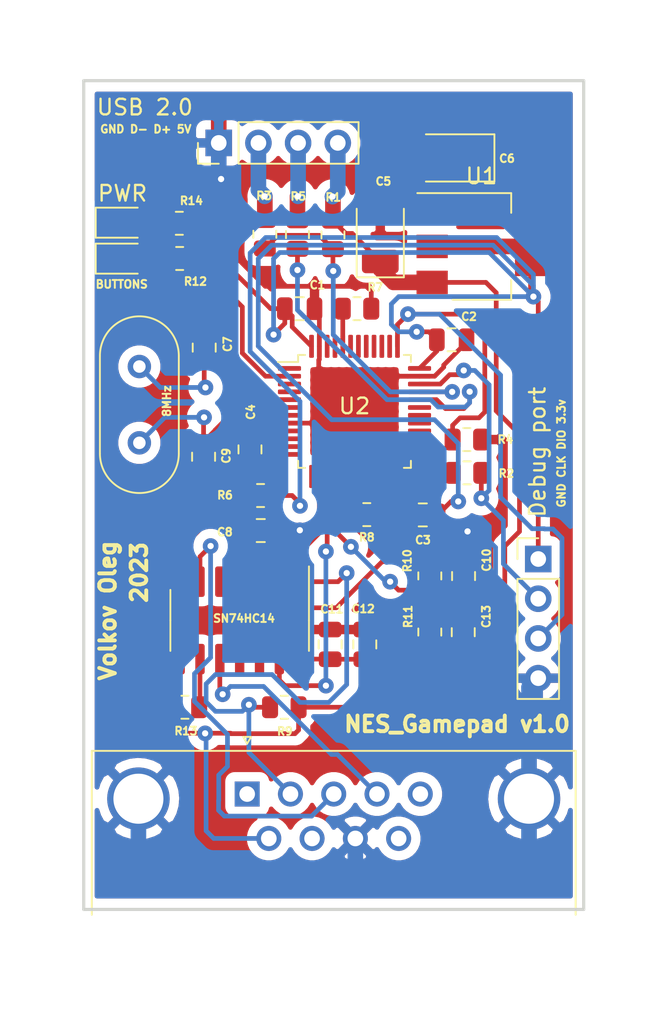
<source format=kicad_pcb>
(kicad_pcb (version 20171130) (host pcbnew "(5.1.12)-1")
  (layers (0 F.Cu signal) (31 B.Cu signal) (34 B.Paste user) (35 F.Paste user) (36 B.SilkS user) (37 F.SilkS user) (38 B.Mask user) (39 F.Mask user) (44 Edge.Cuts user))
  (net 0 "")
  (net 1 GND)
  (net 2 3.3V)
  (net 3 5V)
  (net 4 PD0)
  (net 5 NRST)
  (net 6 PD1)
  (net 7 "Net-(C10-Pad1)")
  (net 8 PA6)
  (net 9 "Net-(D1-Pad2)")
  (net 10 "Net-(D2-Pad2)")
  (net 11 PA13)
  (net 12 PA14)
  (net 13 "Net-(J2-Pad3)")
  (net 14 "Net-(J2-Pad2)")
  (net 15 "Net-(J3-Pad1)")
  (net 16 "Net-(J3-Pad2)")
  (net 17 "Net-(J3-Pad3)")
  (net 18 "Net-(J3-Pad4)")
  (net 19 "Net-(J3-Pad5)")
  (net 20 "Net-(J3-Pad7)")
  (net 21 "Net-(J3-Pad9)")
  (net 22 PA12)
  (net 23 PA11)
  (net 24 BOOT0)
  (net 25 BOOT1)
  (net 26 LED)
  (net 27 "Net-(R13-Pad2)")
  (net 28 "Net-(U2-Pad1)")
  (net 29 "Net-(U2-Pad3)")
  (net 30 "Net-(U2-Pad4)")
  (net 31 "Net-(U2-Pad10)")
  (net 32 "Net-(U2-Pad11)")
  (net 33 "Net-(U2-Pad12)")
  (net 34 "Net-(U2-Pad13)")
  (net 35 PA4)
  (net 36 PA5)
  (net 37 "Net-(U2-Pad17)")
  (net 38 "Net-(U2-Pad18)")
  (net 39 "Net-(U2-Pad19)")
  (net 40 "Net-(U2-Pad21)")
  (net 41 "Net-(U2-Pad22)")
  (net 42 "Net-(U2-Pad25)")
  (net 43 "Net-(U2-Pad26)")
  (net 44 "Net-(U2-Pad27)")
  (net 45 "Net-(U2-Pad28)")
  (net 46 "Net-(U2-Pad29)")
  (net 47 "Net-(U2-Pad30)")
  (net 48 "Net-(U2-Pad31)")
  (net 49 "Net-(U2-Pad38)")
  (net 50 "Net-(U2-Pad39)")
  (net 51 "Net-(U2-Pad40)")
  (net 52 "Net-(U2-Pad41)")
  (net 53 "Net-(U2-Pad42)")
  (net 54 "Net-(U2-Pad43)")
  (net 55 "Net-(U2-Pad45)")
  (net 56 "Net-(U2-Pad46)")
  (net 57 "Net-(U3-Pad4)")
  (net 58 "Net-(U3-Pad8)")
  (net 59 "Net-(U3-Pad11)")
  (module Connector_PinHeader_2.54mm:PinHeader_1x04_P2.54mm_Vertical (layer F.Cu) (at 172.36 40.39 90)
    (fp_text reference "USB 2.0" (at 2.28 -4.73) (layer F.SilkS))
    (fp_text value "Serial wire")
    (pad 4 thru_hole oval (at 0 7.62 90) (size 1.7 1.7) (drill 1) (layers *.Cu *.Mask) (net 3 5V))
    (pad 3 thru_hole oval (at 0 5.08 90) (size 1.7 1.7) (drill 1) (layers *.Cu *.Mask) (net 14 "Net-(J2-Pad2)"))
    (pad 2 thru_hole oval (at 0 2.54 90) (size 1.7 1.7) (drill 1) (layers *.Cu *.Mask) (net 13 "Net-(J2-Pad3)"))
    (pad 1 thru_hole rect (at 0 0 90) (size 1.7 1.7) (drill 1) (layers *.Cu *.Mask) (net 1 GND))
  )
  (module Capacitor_SMD:C_0805_2012Metric (layer F.Cu) (at 181.71 72.46 90)
    (fp_text reference C12 (at 2.27 -0.1) (layer F.SilkS) (effects (font (size 0.5 0.5) (thickness 0.125))))
    (fp_text value 10uF)
    (pad 1 smd roundrect (at -0.95 0 90) (size 1 1.45) (layers F.Cu F.Paste F.Mask) (net 3 5V))
    (pad 2 smd roundrect (at 0.95 0 90) (size 1 1.45) (layers F.Cu F.Paste F.Mask) (net 1 GND))
  )
  (module Capacitor_SMD:C_0805_2012Metric (layer F.Cu) (at 177.54 50.99)
    (fp_text reference C1 (at 1.14 -1.51) (layer F.SilkS) (effects (font (size 0.5 0.5) (thickness 0.125))))
    (fp_text value 0.1uF)
    (pad 2 smd roundrect (at 0.95 0) (size 1 1.45) (layers F.Cu F.Paste F.Mask) (net 1 GND))
    (pad 1 smd roundrect (at -0.95 0) (size 1 1.45) (layers F.Cu F.Paste F.Mask) (net 2 3.3V))
  )
  (module Capacitor_SMD:C_0805_2012Metric (layer F.Cu) (at 187.27 52.98)
    (fp_text reference C2 (at 1.11 -1.48) (layer F.SilkS) (effects (font (size 0.5 0.5) (thickness 0.125))))
    (fp_text value 0.1uF)
    (pad 1 smd roundrect (at -0.95 0) (size 1 1.45) (layers F.Cu F.Paste F.Mask) (net 2 3.3V))
    (pad 2 smd roundrect (at 0.95 0) (size 1 1.45) (layers F.Cu F.Paste F.Mask) (net 1 GND))
  )
  (module Capacitor_SMD:C_0805_2012Metric (layer F.Cu) (at 185.42 64.18 180)
    (fp_text reference C3 (at -0.01 -1.61) (layer F.SilkS) (effects (font (size 0.5 0.5) (thickness 0.125))))
    (fp_text value 0.1uF)
    (pad 2 smd roundrect (at 0.95 0 180) (size 1 1.45) (layers F.Cu F.Paste F.Mask) (net 1 GND))
    (pad 1 smd roundrect (at -0.95 0 180) (size 1 1.45) (layers F.Cu F.Paste F.Mask) (net 2 3.3V))
  )
  (module Capacitor_SMD:C_0805_2012Metric (layer F.Cu) (at 174.36 59.99 90)
    (fp_text reference C4 (at 2.39 0.05 90) (layer F.SilkS) (effects (font (size 0.5 0.5) (thickness 0.125))))
    (fp_text value 0.1uF)
    (pad 1 smd roundrect (at -0.95 0 90) (size 1 1.45) (layers F.Cu F.Paste F.Mask) (net 2 3.3V))
    (pad 2 smd roundrect (at 0.95 0 90) (size 1 1.45) (layers F.Cu F.Paste F.Mask) (net 1 GND))
  )
  (module Capacitor_Tantalum_SMD:CP_EIA-3528-21_Kemet-B_Pad1.50x2.35mm_HandSolder (layer F.Cu) (at 182.7 46.35 90)
    (fp_text reference C5 (at 3.5 0.2 180) (layer F.SilkS) (effects (font (size 0.5 0.5) (thickness 0.125))))
    (fp_text value 47uF)
    (pad 1 smd roundrect (at -1.625 0 90) (size 1.5 2.35) (layers F.Cu F.Paste F.Mask) (roundrect_rratio 0.1666666666666667) (net 3 5V))
    (pad 2 smd roundrect (at 1.625 0 90) (size 1.5 2.35) (layers F.Cu F.Paste F.Mask) (roundrect_rratio 0.1666666666666667) (net 1 GND))
  )
  (module Capacitor_Tantalum_SMD:CP_EIA-3528-21_Kemet-B_Pad1.50x2.35mm_HandSolder (layer F.Cu) (at 187.37 41.35 180)
    (fp_text reference C6 (at -3.44 -0.04) (layer F.SilkS) (effects (font (size 0.5 0.5) (thickness 0.125))))
    (fp_text value 47uF)
    (pad 2 smd roundrect (at 1.625 0 180) (size 1.5 2.35) (layers F.Cu F.Paste F.Mask) (roundrect_rratio 0.1666666666666667) (net 1 GND))
    (pad 1 smd roundrect (at -1.625 0 180) (size 1.5 2.35) (layers F.Cu F.Paste F.Mask) (roundrect_rratio 0.1666666666666667) (net 2 3.3V))
  )
  (module Capacitor_SMD:C_0805_2012Metric (layer F.Cu) (at 171.43 53.48 270)
    (fp_text reference C7 (at -0.22 -1.5 90) (layer F.SilkS) (effects (font (size 0.5 0.5) (thickness 0.125))))
    (fp_text value 30pF)
    (pad 2 smd roundrect (at 0.95 0 270) (size 1 1.45) (layers F.Cu F.Paste F.Mask) (net 4 PD0))
    (pad 1 smd roundrect (at -0.95 0 270) (size 1 1.45) (layers F.Cu F.Paste F.Mask) (net 1 GND))
  )
  (module Capacitor_SMD:C_0805_2012Metric (layer F.Cu) (at 175.05 65.18)
    (fp_text reference C8 (at -2.3 0.1) (layer F.SilkS) (effects (font (size 0.5 0.5) (thickness 0.125))))
    (fp_text value 0.1uF)
    (pad 2 smd roundrect (at 0.95 0) (size 1 1.45) (layers F.Cu F.Paste F.Mask) (net 1 GND))
    (pad 1 smd roundrect (at -0.95 0) (size 1 1.45) (layers F.Cu F.Paste F.Mask) (net 5 NRST))
  )
  (module Capacitor_SMD:C_0805_2012Metric (layer F.Cu) (at 171.39 60.46 90)
    (fp_text reference C9 (at 0.06 1.45 90) (layer F.SilkS) (effects (font (size 0.5 0.5) (thickness 0.125))))
    (fp_text value 30pF)
    (pad 1 smd roundrect (at -0.95 0 90) (size 1 1.45) (layers F.Cu F.Paste F.Mask) (net 1 GND))
    (pad 2 smd roundrect (at 0.95 0 90) (size 1 1.45) (layers F.Cu F.Paste F.Mask) (net 6 PD1))
  )
  (module Capacitor_SMD:C_0805_2012Metric (layer F.Cu) (at 188.03 68.09 270)
    (fp_text reference C10 (at -1.02 -1.47 270) (layer F.SilkS) (effects (font (size 0.5 0.5) (thickness 0.125))))
    (fp_text value 150p)
    (pad 1 smd roundrect (at -0.95 0 270) (size 1 1.45) (layers F.Cu F.Paste F.Mask) (net 7 "Net-(C10-Pad1)"))
    (pad 2 smd roundrect (at 0.95 0 270) (size 1 1.45) (layers F.Cu F.Paste F.Mask) (net 8 PA6))
  )
  (module Capacitor_SMD:C_0805_2012Metric (layer F.Cu) (at 179.49 72.46 90)
    (fp_text reference C11 (at 2.25 0.11 180) (layer F.SilkS) (effects (font (size 0.5 0.5) (thickness 0.125))))
    (fp_text value 0.1uF)
    (pad 1 smd roundrect (at -0.95 0 90) (size 1 1.45) (layers F.Cu F.Paste F.Mask) (net 3 5V))
    (pad 2 smd roundrect (at 0.95 0 90) (size 1 1.45) (layers F.Cu F.Paste F.Mask) (net 1 GND))
  )
  (module Capacitor_SMD:C_0805_2012Metric (layer F.Cu) (at 188.01 71.68 270)
    (fp_text reference C13 (at -1 -1.47 270) (layer F.SilkS) (effects (font (size 0.5 0.5) (thickness 0.125))))
    (fp_text value 30p)
    (pad 2 smd roundrect (at 0.95 0 270) (size 1 1.45) (layers F.Cu F.Paste F.Mask) (net 1 GND))
    (pad 1 smd roundrect (at -0.95 0 270) (size 1 1.45) (layers F.Cu F.Paste F.Mask) (net 8 PA6))
  )
  (module LED_SMD:LED_0805_2012Metric (layer F.Cu) (at 166.1725 47.79)
    (fp_text reference BUTTONS (at -0.0225 1.64) (layer F.SilkS) (effects (font (size 0.5 0.5) (thickness 0.125))))
    (fp_text value LED)
    (pad 1 smd roundrect (at -0.9375 0) (size 0.975 1.4) (layers F.Cu F.Paste F.Mask) (net 1 GND))
    (pad 2 smd roundrect (at 0.9375 0) (size 0.975 1.4) (layers F.Cu F.Paste F.Mask) (net 9 "Net-(D1-Pad2)"))
  )
  (module LED_SMD:LED_0805_2012Metric (layer F.Cu) (at 166.1725 45.49)
    (fp_text reference PWR (at 0.0275 -1.87) (layer F.SilkS))
    (fp_text value LED)
    (pad 2 smd roundrect (at 0.9375 0) (size 0.975 1.4) (layers F.Cu F.Paste F.Mask) (net 10 "Net-(D2-Pad2)"))
    (pad 1 smd roundrect (at -0.9375 0) (size 0.975 1.4) (layers F.Cu F.Paste F.Mask) (net 1 GND))
  )
  (module Resistor_SMD:R_0805_2012Metric (layer F.Cu) (at 179.67 46.27 90)
    (fp_text reference R1 (at 2.4 0.02 180) (layer F.SilkS) (effects (font (size 0.5 0.5) (thickness 0.125))))
    (fp_text value 10k)
    (pad 2 smd roundrect (at 0.9125 0 90) (size 1.025 1.4) (layers F.Cu F.Paste F.Mask) (roundrect_rratio 0.2439014634146341) (net 3 5V))
    (pad 1 smd roundrect (at -0.9125 0 90) (size 1.025 1.4) (layers F.Cu F.Paste F.Mask) (roundrect_rratio 0.2439014634146341) (net 22 PA12))
  )
  (module Resistor_SMD:R_0805_2012Metric (layer F.Cu) (at 188.2525 61.49 180)
    (fp_text reference R2 (at -2.5175 -0.04) (layer F.SilkS) (effects (font (size 0.5 0.5) (thickness 0.125))))
    (fp_text value 10k)
    (pad 2 smd roundrect (at 0.9125 0 180) (size 1.025 1.4) (layers F.Cu F.Paste F.Mask) (roundrect_rratio 0.2439014634146341) (net 2 3.3V))
    (pad 1 smd roundrect (at -0.9125 0 180) (size 1.025 1.4) (layers F.Cu F.Paste F.Mask) (roundrect_rratio 0.2439014634146341) (net 11 PA13))
  )
  (module Resistor_SMD:R_0805_2012Metric (layer F.Cu) (at 175.31 46.23 90)
    (fp_text reference R3 (at 2.46 -0.05 180) (layer F.SilkS) (effects (font (size 0.5 0.5) (thickness 0.125))))
    (fp_text value 20)
    (pad 2 smd roundrect (at 0.9125 0 90) (size 1.025 1.4) (layers F.Cu F.Paste F.Mask) (roundrect_rratio 0.2439014634146341) (net 13 "Net-(J2-Pad3)"))
    (pad 1 smd roundrect (at -0.9125 0 90) (size 1.025 1.4) (layers F.Cu F.Paste F.Mask) (roundrect_rratio 0.2439014634146341) (net 22 PA12))
  )
  (module Resistor_SMD:R_0805_2012Metric (layer F.Cu) (at 188.2425 59.36 180)
    (fp_text reference R4 (at -2.4675 0) (layer F.SilkS) (effects (font (size 0.5 0.5) (thickness 0.125))))
    (fp_text value 10k)
    (pad 1 smd roundrect (at -0.9125 0 180) (size 1.025 1.4) (layers F.Cu F.Paste F.Mask) (roundrect_rratio 0.2439014634146341) (net 1 GND))
    (pad 2 smd roundrect (at 0.9125 0 180) (size 1.025 1.4) (layers F.Cu F.Paste F.Mask) (roundrect_rratio 0.2439014634146341) (net 12 PA14))
  )
  (module Resistor_SMD:R_0805_2012Metric (layer F.Cu) (at 177.4 46.25 90)
    (fp_text reference R5 (at 2.44 0.05 180) (layer F.SilkS) (effects (font (size 0.5 0.5) (thickness 0.125))))
    (fp_text value 20)
    (pad 1 smd roundrect (at -0.9125 0 90) (size 1.025 1.4) (layers F.Cu F.Paste F.Mask) (roundrect_rratio 0.2439014634146341) (net 23 PA11))
    (pad 2 smd roundrect (at 0.9125 0 90) (size 1.025 1.4) (layers F.Cu F.Paste F.Mask) (roundrect_rratio 0.2439014634146341) (net 14 "Net-(J2-Pad2)"))
  )
  (module Resistor_SMD:R_0805_2012Metric (layer F.Cu) (at 175.0375 62.94)
    (fp_text reference R6 (at -2.2775 -0.02) (layer F.SilkS) (effects (font (size 0.5 0.5) (thickness 0.125))))
    (fp_text value 10k)
    (pad 2 smd roundrect (at 0.9125 0) (size 1.025 1.4) (layers F.Cu F.Paste F.Mask) (roundrect_rratio 0.2439014634146341) (net 2 3.3V))
    (pad 1 smd roundrect (at -0.9125 0) (size 1.025 1.4) (layers F.Cu F.Paste F.Mask) (roundrect_rratio 0.2439014634146341) (net 5 NRST))
  )
  (module Resistor_SMD:R_0805_2012Metric (layer F.Cu) (at 181.21 50.99 180)
    (fp_text reference R7 (at -1.17 1.37) (layer F.SilkS) (effects (font (size 0.5 0.5) (thickness 0.125))))
    (fp_text value 10k)
    (pad 2 smd roundrect (at 0.9125 0 180) (size 1.025 1.4) (layers F.Cu F.Paste F.Mask) (roundrect_rratio 0.2439014634146341) (net 24 BOOT0))
    (pad 1 smd roundrect (at -0.9125 0 180) (size 1.025 1.4) (layers F.Cu F.Paste F.Mask) (roundrect_rratio 0.2439014634146341) (net 1 GND))
  )
  (module Resistor_SMD:R_0805_2012Metric (layer F.Cu) (at 181.8375 64.16)
    (fp_text reference R8 (at 0 1.45) (layer F.SilkS) (effects (font (size 0.5 0.5) (thickness 0.125))))
    (fp_text value 10k)
    (pad 1 smd roundrect (at -0.9125 0) (size 1.025 1.4) (layers F.Cu F.Paste F.Mask) (roundrect_rratio 0.2439014634146341) (net 1 GND))
    (pad 2 smd roundrect (at 0.9125 0) (size 1.025 1.4) (layers F.Cu F.Paste F.Mask) (roundrect_rratio 0.2439014634146341) (net 25 BOOT1))
  )
  (module Resistor_SMD:R_0805_2012Metric (layer F.Cu) (at 176.5575 76.48)
    (fp_text reference R9 (at 0.0325 1.54 180) (layer F.SilkS) (effects (font (size 0.5 0.5) (thickness 0.125))))
    (fp_text value 100k)
    (pad 1 smd roundrect (at -0.9125 0) (size 1.025 1.4) (layers F.Cu F.Paste F.Mask) (roundrect_rratio 0.2439014634146341) (net 16 "Net-(J3-Pad2)"))
    (pad 2 smd roundrect (at 0.9125 0) (size 1.025 1.4) (layers F.Cu F.Paste F.Mask) (roundrect_rratio 0.2439014634146341) (net 3 5V))
  )
  (module Resistor_SMD:R_0805_2012Metric (layer F.Cu) (at 185.87 68.08 90)
    (fp_text reference R10 (at 0.97 -1.44 270) (layer F.SilkS) (effects (font (size 0.5 0.5) (thickness 0.125))))
    (fp_text value 390)
    (pad 2 smd roundrect (at 0.9125 0 90) (size 1.025 1.4) (layers F.Cu F.Paste F.Mask) (roundrect_rratio 0.2439014634146341) (net 7 "Net-(C10-Pad1)"))
    (pad 1 smd roundrect (at -0.9125 0 90) (size 1.025 1.4) (layers F.Cu F.Paste F.Mask) (roundrect_rratio 0.2439014634146341) (net 8 PA6))
  )
  (module Resistor_SMD:R_0805_2012Metric (layer F.Cu) (at 185.87 71.67 90)
    (fp_text reference R11 (at 0.99 -1.39 90) (layer F.SilkS) (effects (font (size 0.5 0.5) (thickness 0.125))))
    (fp_text value 680)
    (pad 1 smd roundrect (at -0.9125 0 90) (size 1.025 1.4) (layers F.Cu F.Paste F.Mask) (roundrect_rratio 0.2439014634146341) (net 1 GND))
    (pad 2 smd roundrect (at 0.9125 0 90) (size 1.025 1.4) (layers F.Cu F.Paste F.Mask) (roundrect_rratio 0.2439014634146341) (net 8 PA6))
  )
  (module Resistor_SMD:R_0805_2012Metric (layer F.Cu) (at 169.86 47.78 180)
    (fp_text reference R12 (at -1.01 -1.47) (layer F.SilkS) (effects (font (size 0.5 0.5) (thickness 0.125))))
    (fp_text value 1k)
    (pad 2 smd roundrect (at 0.9125 0 180) (size 1.025 1.4) (layers F.Cu F.Paste F.Mask) (roundrect_rratio 0.2439014634146341) (net 9 "Net-(D1-Pad2)"))
    (pad 1 smd roundrect (at -0.9125 0 180) (size 1.025 1.4) (layers F.Cu F.Paste F.Mask) (roundrect_rratio 0.2439014634146341) (net 26 LED))
  )
  (module Resistor_SMD:R_0805_2012Metric (layer F.Cu) (at 170.1975 76.48)
    (fp_text reference R13 (at 0.0625 1.52) (layer F.SilkS) (effects (font (size 0.5 0.5) (thickness 0.125))))
    (fp_text value 10k)
    (pad 1 smd roundrect (at -0.9125 0) (size 1.025 1.4) (layers F.Cu F.Paste F.Mask) (roundrect_rratio 0.2439014634146341) (net 3 5V))
    (pad 2 smd roundrect (at 0.9125 0) (size 1.025 1.4) (layers F.Cu F.Paste F.Mask) (roundrect_rratio 0.2439014634146341) (net 27 "Net-(R13-Pad2)"))
  )
  (module Resistor_SMD:R_0805_2012Metric (layer F.Cu) (at 169.8375 45.53 180)
    (fp_text reference R14 (at -0.7725 1.44) (layer F.SilkS) (effects (font (size 0.5 0.5) (thickness 0.125))))
    (fp_text value 1k)
    (pad 1 smd roundrect (at -0.9125 0 180) (size 1.025 1.4) (layers F.Cu F.Paste F.Mask) (roundrect_rratio 0.2439014634146341) (net 2 3.3V))
    (pad 2 smd roundrect (at 0.9125 0 180) (size 1.025 1.4) (layers F.Cu F.Paste F.Mask) (roundrect_rratio 0.2439014634146341) (net 10 "Net-(D2-Pad2)"))
  )
  (module Package_TO_SOT_SMD:SOT-223-3_TabPin2 (layer F.Cu) (at 189.17 47.01)
    (fp_text reference U1 (at 0 -4.5 -180) (layer F.SilkS))
    (fp_text value AMS1117-3.3)
    (pad 2 smd rect (at 3.15 0) (size 2 3.8) (layers F.Cu F.Paste F.Mask) (net 2 3.3V))
    (pad 2 smd rect (at -3.15 0) (size 2 1.5) (layers F.Cu F.Paste F.Mask) (net 2 3.3V))
    (pad 3 smd rect (at -3.15 2.3) (size 2 1.5) (layers F.Cu F.Paste F.Mask) (net 3 5V))
    (pad 1 smd rect (at -3.15 -2.3) (size 2 1.5) (layers F.Cu F.Paste F.Mask) (net 1 GND))
  )
  (module Package_QFP:LQFP-48_7x7mm_P0.5mm (layer F.Cu) (at 181.05 57.56)
    (fp_text reference U2 (at 0 -0.34) (layer F.SilkS))
    (fp_text value STM32F103C8Tx)
    (pad 1 smd roundrect (at -4.1625 -2.75) (size 1.475 0.3) (layers F.Cu F.Paste F.Mask) (net 28 "Net-(U2-Pad1)"))
    (pad 2 smd roundrect (at -4.1625 -2.25) (size 1.475 0.3) (layers F.Cu F.Paste F.Mask) (net 26 LED))
    (pad 3 smd roundrect (at -4.1625 -1.75) (size 1.475 0.3) (layers F.Cu F.Paste F.Mask) (net 29 "Net-(U2-Pad3)"))
    (pad 4 smd roundrect (at -4.1625 -1.25) (size 1.475 0.3) (layers F.Cu F.Paste F.Mask) (net 30 "Net-(U2-Pad4)"))
    (pad 5 smd roundrect (at -4.1625 -0.75) (size 1.475 0.3) (layers F.Cu F.Paste F.Mask) (net 4 PD0))
    (pad 6 smd roundrect (at -4.1625 -0.25) (size 1.475 0.3) (layers F.Cu F.Paste F.Mask) (net 6 PD1))
    (pad 7 smd roundrect (at -4.1625 0.25) (size 1.475 0.3) (layers F.Cu F.Paste F.Mask) (net 5 NRST))
    (pad 8 smd roundrect (at -4.1625 0.75) (size 1.475 0.3) (layers F.Cu F.Paste F.Mask) (net 1 GND))
    (pad 9 smd roundrect (at -4.1625 1.25) (size 1.475 0.3) (layers F.Cu F.Paste F.Mask) (net 2 3.3V))
    (pad 10 smd roundrect (at -4.1625 1.75) (size 1.475 0.3) (layers F.Cu F.Paste F.Mask) (net 31 "Net-(U2-Pad10)"))
    (pad 11 smd roundrect (at -4.1625 2.25) (size 1.475 0.3) (layers F.Cu F.Paste F.Mask) (net 32 "Net-(U2-Pad11)"))
    (pad 12 smd roundrect (at -4.1625 2.75) (size 1.475 0.3) (layers F.Cu F.Paste F.Mask) (net 33 "Net-(U2-Pad12)"))
    (pad 13 smd roundrect (at -2.75 4.1625) (size 0.3 1.475) (layers F.Cu F.Paste F.Mask) (net 34 "Net-(U2-Pad13)"))
    (pad 14 smd roundrect (at -2.25 4.1625) (size 0.3 1.475) (layers F.Cu F.Paste F.Mask) (net 35 PA4))
    (pad 15 smd roundrect (at -1.75 4.1625) (size 0.3 1.475) (layers F.Cu F.Paste F.Mask) (net 36 PA5))
    (pad 16 smd roundrect (at -1.25 4.1625) (size 0.3 1.475) (layers F.Cu F.Paste F.Mask) (net 8 PA6))
    (pad 17 smd roundrect (at -0.75 4.1625) (size 0.3 1.475) (layers F.Cu F.Paste F.Mask) (net 37 "Net-(U2-Pad17)"))
    (pad 18 smd roundrect (at -0.25 4.1625) (size 0.3 1.475) (layers F.Cu F.Paste F.Mask) (net 38 "Net-(U2-Pad18)"))
    (pad 19 smd roundrect (at 0.25 4.1625) (size 0.3 1.475) (layers F.Cu F.Paste F.Mask) (net 39 "Net-(U2-Pad19)"))
    (pad 20 smd roundrect (at 0.75 4.1625) (size 0.3 1.475) (layers F.Cu F.Paste F.Mask) (net 25 BOOT1))
    (pad 21 smd roundrect (at 1.25 4.1625) (size 0.3 1.475) (layers F.Cu F.Paste F.Mask) (net 40 "Net-(U2-Pad21)"))
    (pad 22 smd roundrect (at 1.75 4.1625) (size 0.3 1.475) (layers F.Cu F.Paste F.Mask) (net 41 "Net-(U2-Pad22)"))
    (pad 23 smd roundrect (at 2.25 4.1625) (size 0.3 1.475) (layers F.Cu F.Paste F.Mask) (net 1 GND))
    (pad 24 smd roundrect (at 2.75 4.1625) (size 0.3 1.475) (layers F.Cu F.Paste F.Mask) (net 2 3.3V))
    (pad 25 smd roundrect (at 4.1625 2.75) (size 1.475 0.3) (layers F.Cu F.Paste F.Mask) (net 42 "Net-(U2-Pad25)"))
    (pad 26 smd roundrect (at 4.1625 2.25) (size 1.475 0.3) (layers F.Cu F.Paste F.Mask) (net 43 "Net-(U2-Pad26)"))
    (pad 27 smd roundrect (at 4.1625 1.75) (size 1.475 0.3) (layers F.Cu F.Paste F.Mask) (net 44 "Net-(U2-Pad27)"))
    (pad 28 smd roundrect (at 4.1625 1.25) (size 1.475 0.3) (layers F.Cu F.Paste F.Mask) (net 45 "Net-(U2-Pad28)"))
    (pad 29 smd roundrect (at 4.1625 0.75) (size 1.475 0.3) (layers F.Cu F.Paste F.Mask) (net 46 "Net-(U2-Pad29)"))
    (pad 30 smd roundrect (at 4.1625 0.25) (size 1.475 0.3) (layers F.Cu F.Paste F.Mask) (net 47 "Net-(U2-Pad30)"))
    (pad 31 smd roundrect (at 4.1625 -0.25) (size 1.475 0.3) (layers F.Cu F.Paste F.Mask) (net 48 "Net-(U2-Pad31)"))
    (pad 32 smd roundrect (at 4.1625 -0.75) (size 1.475 0.3) (layers F.Cu F.Paste F.Mask) (net 23 PA11))
    (pad 33 smd roundrect (at 4.1625 -1.25) (size 1.475 0.3) (layers F.Cu F.Paste F.Mask) (net 22 PA12))
    (pad 34 smd roundrect (at 4.1625 -1.75) (size 1.475 0.3) (layers F.Cu F.Paste F.Mask) (net 11 PA13))
    (pad 35 smd roundrect (at 4.1625 -2.25) (size 1.475 0.3) (layers F.Cu F.Paste F.Mask) (net 1 GND))
    (pad 36 smd roundrect (at 4.1625 -2.75) (size 1.475 0.3) (layers F.Cu F.Paste F.Mask) (net 2 3.3V))
    (pad 37 smd roundrect (at 2.75 -4.1625) (size 0.3 1.475) (layers F.Cu F.Paste F.Mask) (net 12 PA14))
    (pad 38 smd roundrect (at 2.25 -4.1625) (size 0.3 1.475) (layers F.Cu F.Paste F.Mask) (net 49 "Net-(U2-Pad38)"))
    (pad 39 smd roundrect (at 1.75 -4.1625) (size 0.3 1.475) (layers F.Cu F.Paste F.Mask) (net 50 "Net-(U2-Pad39)"))
    (pad 40 smd roundrect (at 1.25 -4.1625) (size 0.3 1.475) (layers F.Cu F.Paste F.Mask) (net 51 "Net-(U2-Pad40)"))
    (pad 41 smd roundrect (at 0.75 -4.1625) (size 0.3 1.475) (layers F.Cu F.Paste F.Mask) (net 52 "Net-(U2-Pad41)"))
    (pad 42 smd roundrect (at 0.25 -4.1625) (size 0.3 1.475) (layers F.Cu F.Paste F.Mask) (net 53 "Net-(U2-Pad42)"))
    (pad 43 smd roundrect (at -0.25 -4.1625) (size 0.3 1.475) (layers F.Cu F.Paste F.Mask) (net 54 "Net-(U2-Pad43)"))
    (pad 44 smd roundrect (at -0.75 -4.1625) (size 0.3 1.475) (layers F.Cu F.Paste F.Mask) (net 24 BOOT0))
    (pad 45 smd roundrect (at -1.25 -4.1625) (size 0.3 1.475) (layers F.Cu F.Paste F.Mask) (net 55 "Net-(U2-Pad45)"))
    (pad 46 smd roundrect (at -1.75 -4.1625) (size 0.3 1.475) (layers F.Cu F.Paste F.Mask) (net 56 "Net-(U2-Pad46)"))
    (pad 47 smd roundrect (at -2.25 -4.1625) (size 0.3 1.475) (layers F.Cu F.Paste F.Mask) (net 1 GND))
    (pad 48 smd roundrect (at -2.75 -4.1625) (size 0.3 1.475) (layers F.Cu F.Paste F.Mask) (net 2 3.3V))
  )
  (module Package_SO:SOIC-14_3.9x8.7mm_P1.27mm (layer F.Cu) (at 173.7 70.925 270)
    (fp_text reference SN74HC14 (at -0.125 -0.28 180) (layer F.SilkS) (effects (font (size 0.5 0.5) (thickness 0.125))))
    (fp_text value 74HC14)
    (pad 1 smd roundrect (at -2.475 -3.81 270) (size 1.95 0.6) (layers F.Cu F.Paste F.Mask) (net 16 "Net-(J3-Pad2)"))
    (pad 2 smd roundrect (at -2.475 -2.54 270) (size 1.95 0.6) (layers F.Cu F.Paste F.Mask) (net 7 "Net-(C10-Pad1)"))
    (pad 3 smd roundrect (at -2.475 -1.27 270) (size 1.95 0.6) (layers F.Cu F.Paste F.Mask) (net 35 PA4))
    (pad 4 smd roundrect (at -2.475 0 270) (size 1.95 0.6) (layers F.Cu F.Paste F.Mask) (net 57 "Net-(U3-Pad4)"))
    (pad 5 smd roundrect (at -2.475 1.27 270) (size 1.95 0.6) (layers F.Cu F.Paste F.Mask) (net 57 "Net-(U3-Pad4)"))
    (pad 6 smd roundrect (at -2.475 2.54 270) (size 1.95 0.6) (layers F.Cu F.Paste F.Mask) (net 17 "Net-(J3-Pad3)"))
    (pad 7 smd roundrect (at -2.475 3.81 270) (size 1.95 0.6) (layers F.Cu F.Paste F.Mask) (net 1 GND))
    (pad 8 smd roundrect (at 2.475 3.81 270) (size 1.95 0.6) (layers F.Cu F.Paste F.Mask) (net 58 "Net-(U3-Pad8)"))
    (pad 9 smd roundrect (at 2.475 2.54 270) (size 1.95 0.6) (layers F.Cu F.Paste F.Mask) (net 27 "Net-(R13-Pad2)"))
    (pad 10 smd roundrect (at 2.475 1.27 270) (size 1.95 0.6) (layers F.Cu F.Paste F.Mask) (net 18 "Net-(J3-Pad4)"))
    (pad 11 smd roundrect (at 2.475 0 270) (size 1.95 0.6) (layers F.Cu F.Paste F.Mask) (net 59 "Net-(U3-Pad11)"))
    (pad 12 smd roundrect (at 2.475 -1.27 270) (size 1.95 0.6) (layers F.Cu F.Paste F.Mask) (net 59 "Net-(U3-Pad11)"))
    (pad 13 smd roundrect (at 2.475 -2.54 270) (size 1.95 0.6) (layers F.Cu F.Paste F.Mask) (net 36 PA5))
    (pad 14 smd roundrect (at 2.475 -3.81 270) (size 1.95 0.6) (layers F.Cu F.Paste F.Mask) (net 3 5V))
  )
  (module Crystal:Crystal_HC49-U_Vertical (layer F.Cu) (at 167.28 54.69 270)
    (fp_text reference 8MHz (at 2.21 -1.76 90) (layer F.SilkS) (effects (font (size 0.5 0.5) (thickness 0.125))))
    (fp_text value 8MHz)
    (pad 1 thru_hole circle (at 0 0 270) (size 1.5 1.5) (drill 0.8) (layers *.Cu *.Mask) (net 4 PD0))
    (pad 2 thru_hole circle (at 4.88 0 270) (size 1.5 1.5) (drill 0.8) (layers *.Cu *.Mask) (net 6 PD1))
  )
  (module Connector_Dsub:DSUB-9_Male_Horizontal_P2.77x2.84mm_EdgePinOffset4.94mm_Housed_MountingHolesOffset7.48mm (layer F.Cu) (at 174.18 82.03)
    (fp_text reference "NES_Gamepad v1.0" (at 13.44 -4.47) (layer F.SilkS) (effects (font (thickness 0.25))))
    (fp_text value NES)
    (pad 1 thru_hole rect (at 0 0) (size 1.6 1.6) (drill 1) (layers *.Cu *.Mask) (net 15 "Net-(J3-Pad1)"))
    (pad 2 thru_hole circle (at 2.77 0) (size 1.6 1.6) (drill 1) (layers *.Cu *.Mask) (net 16 "Net-(J3-Pad2)"))
    (pad 3 thru_hole circle (at 5.54 0) (size 1.6 1.6) (drill 1) (layers *.Cu *.Mask) (net 17 "Net-(J3-Pad3)"))
    (pad 4 thru_hole circle (at 8.31 0) (size 1.6 1.6) (drill 1) (layers *.Cu *.Mask) (net 18 "Net-(J3-Pad4)"))
    (pad 5 thru_hole circle (at 11.08 0) (size 1.6 1.6) (drill 1) (layers *.Cu *.Mask) (net 19 "Net-(J3-Pad5)"))
    (pad 6 thru_hole circle (at 1.385 2.84) (size 1.6 1.6) (drill 1) (layers *.Cu *.Mask) (net 3 5V))
    (pad 7 thru_hole circle (at 4.155 2.84) (size 1.6 1.6) (drill 1) (layers *.Cu *.Mask) (net 20 "Net-(J3-Pad7)"))
    (pad 8 thru_hole circle (at 6.925 2.84) (size 1.6 1.6) (drill 1) (layers *.Cu *.Mask) (net 1 GND))
    (pad 9 thru_hole circle (at 9.695 2.84) (size 1.6 1.6) (drill 1) (layers *.Cu *.Mask) (net 21 "Net-(J3-Pad9)"))
    (pad 0 thru_hole circle (at -6.96 0.3) (size 4 4) (drill 3.2) (layers *.Cu *.Mask) (net 1 GND))
    (pad 0 thru_hole circle (at 18.04 0.3) (size 4 4) (drill 3.2) (layers *.Cu *.Mask) (net 1 GND))
  )
  (module Connector_PinHeader_2.54mm:PinHeader_1x04_P2.54mm_Vertical (layer F.Cu) (at 192.81 67)
    (fp_text reference "Debug port" (at -0.05 -6.84 90) (layer F.SilkS))
    (fp_text value "Serial wire")
    (pad 1 thru_hole rect (at 0 0) (size 1.7 1.7) (drill 1) (layers *.Cu *.Mask) (net 2 3.3V))
    (pad 2 thru_hole oval (at 0 2.54) (size 1.7 1.7) (drill 1) (layers *.Cu *.Mask) (net 11 PA13))
    (pad 3 thru_hole oval (at 0 5.08) (size 1.7 1.7) (drill 1) (layers *.Cu *.Mask) (net 12 PA14))
    (pad 4 thru_hole oval (at 0 7.62) (size 1.7 1.7) (drill 1) (layers *.Cu *.Mask) (net 1 GND))
  )
  (gr_text "GND D- D+ 5V" (at 167.69 39.51) (layer F.SilkS) (effects (font (size 0.5 0.5) (thickness 0.125))))
  (gr_text 2023 (at 167.27 67.86 90) (layer F.SilkS) (effects (font (size 1 1) (thickness 0.25))))
  (gr_text "Volkov Oleg" (at 165.26 70.3 90) (layer F.SilkS) (effects (font (size 1 1) (thickness 0.25))))
  (gr_text "GND CLK DIO 3.3v" (at 194.29 60.24 90) (layer F.SilkS) (effects (font (size 0.5 0.5) (thickness 0.125))))
  (gr_line (start 195.72 36.41) (end 163.72 36.41) (layer Edge.Cuts) (width 0.2))
  (gr_line (start 195.72 89.41) (end 195.72 36.41) (layer Edge.Cuts) (width 0.2))
  (gr_line (start 163.72 89.41) (end 195.72 89.41) (layer Edge.Cuts) (width 0.2))
  (gr_line (start 163.72 36.41) (end 163.72 89.41) (layer Edge.Cuts) (width 0.2))
  (via (at 185.03 52.47) (size 1) (drill 0.4) (layers F.Cu B.Cu) (net 2))
  (segment (start 178.8 51.3) (end 178.49 50.99) (width 0.3) (layer F.Cu) (net 1))
  (segment (start 178.8 53.3975) (end 178.8 51.3) (width 0.3) (layer F.Cu) (net 1))
  (segment (start 175.09 58.31) (end 174.36 59.04) (width 0.3) (layer F.Cu) (net 1))
  (segment (start 176.8875 58.31) (end 175.09 58.31) (width 0.3) (layer F.Cu) (net 1))
  (segment (start 176.8875 58.31) (end 178.25 58.31) (width 0.3) (layer F.Cu) (net 1))
  (segment (start 178.25 58.31) (end 178.76 57.8) (width 0.3) (layer F.Cu) (net 1))
  (segment (start 178.82 55.31) (end 178.76 55.37) (width 0.3) (layer F.Cu) (net 1))
  (segment (start 178.76 57.8) (end 178.76 55.37) (width 0.3) (layer F.Cu) (net 1))
  (segment (start 182.21 58.31) (end 178.25 58.31) (width 0.3) (layer F.Cu) (net 1))
  (segment (start 183.3 59.4) (end 182.21 58.31) (width 0.3) (layer F.Cu) (net 1))
  (segment (start 184.47 55.31) (end 183.6 55.31) (width 0.3) (layer F.Cu) (net 1))
  (segment (start 185.2125 55.31) (end 184.47 55.31) (width 0.3) (layer F.Cu) (net 1))
  (segment (start 184.47 55.31) (end 178.82 55.31) (width 0.3) (layer F.Cu) (net 1))
  (segment (start 183.6 55.31) (end 183.3 55.61) (width 0.3) (layer F.Cu) (net 1))
  (segment (start 183.3 55.61) (end 183.3 59.66) (width 0.3) (layer F.Cu) (net 1))
  (segment (start 183.3 59.66) (end 183.3 59.4) (width 0.3) (layer F.Cu) (net 1))
  (segment (start 183.3 61.7225) (end 183.3 59.66) (width 0.3) (layer F.Cu) (net 1))
  (segment (start 180.925 64.16) (end 180.925 64.805) (width 0.3) (layer F.Cu) (net 1))
  (segment (start 180.925 64.805) (end 181.74 65.62) (width 0.3) (layer F.Cu) (net 1))
  (segment (start 184.47 65.08) (end 184.47 64.18) (width 0.3) (layer F.Cu) (net 1))
  (segment (start 183.93 65.62) (end 184.47 65.08) (width 0.3) (layer F.Cu) (net 1))
  (segment (start 178.49 50.99) (end 178.49 49.9) (width 0.3) (layer F.Cu) (net 1))
  (segment (start 178.49 49.9) (end 178.83 49.56) (width 0.3) (layer F.Cu) (net 1))
  (segment (start 182.1225 49.7825) (end 182.1225 50.99) (width 0.3) (layer F.Cu) (net 1))
  (segment (start 181.9 49.56) (end 182.1225 49.7825) (width 0.3) (layer F.Cu) (net 1))
  (segment (start 183.3 61.7225) (end 183.3 62.88) (width 0.3) (layer F.Cu) (net 1))
  (segment (start 183.3 62.88) (end 183.59 63.17) (width 0.3) (layer F.Cu) (net 1))
  (segment (start 183.59 63.17) (end 184.19 63.17) (width 0.3) (layer F.Cu) (net 1))
  (segment (start 184.47 63.45) (end 184.47 64.18) (width 0.3) (layer F.Cu) (net 1))
  (segment (start 184.19 63.17) (end 184.47 63.45) (width 0.3) (layer F.Cu) (net 1))
  (segment (start 187.9625 72.5825) (end 188.01 72.63) (width 0.3) (layer F.Cu) (net 1))
  (segment (start 185.87 72.5825) (end 187.9625 72.5825) (width 0.3) (layer F.Cu) (net 1))
  (segment (start 179.49 71.51) (end 181.71 71.51) (width 0.3) (layer F.Cu) (net 1))
  (segment (start 179.49 71.51) (end 171.39 71.51) (width 0.3) (layer F.Cu) (net 1))
  (segment (start 169.89 70.01) (end 169.89 68.45) (width 0.3) (layer F.Cu) (net 1))
  (segment (start 171.39 71.51) (end 169.89 70.01) (width 0.3) (layer F.Cu) (net 1))
  (segment (start 185.2125 55.31) (end 186.18 55.31) (width 0.3) (layer F.Cu) (net 1))
  (segment (start 183.77 65.62) (end 187.9 65.62) (width 0.3) (layer F.Cu) (net 1))
  (segment (start 181.74 65.62) (end 183.77 65.62) (width 0.3) (layer F.Cu) (net 1))
  (segment (start 183.77 65.62) (end 183.93 65.62) (width 0.3) (layer F.Cu) (net 1))
  (segment (start 187.9 65.62) (end 188.285 65.235) (width 0.3) (layer F.Cu) (net 1))
  (segment (start 188.285 65.235) (end 188.38 65.14) (width 0.3) (layer F.Cu) (net 1))
  (via (at 188.285 65.235) (size 1) (drill 0.4) (layers F.Cu B.Cu) (net 1))
  (via (at 177.55 65.16) (size 1) (drill 0.4) (layers F.Cu B.Cu) (net 1))
  (segment (start 171.39 61.41) (end 171.39 64.88) (width 0.3) (layer F.Cu) (net 1))
  (segment (start 169.89 66.38) (end 169.89 68.45) (width 0.3) (layer F.Cu) (net 1))
  (segment (start 171.39 64.88) (end 169.89 66.38) (width 0.3) (layer F.Cu) (net 1))
  (segment (start 165.235 45.49) (end 165.235 47.79) (width 0.3) (layer F.Cu) (net 1))
  (segment (start 186.005 44.725) (end 186.02 44.71) (width 1) (layer F.Cu) (net 1))
  (segment (start 182.7 44.725) (end 186.005 44.725) (width 1) (layer F.Cu) (net 1))
  (segment (start 167.22 82.33) (end 167.22 86.72) (width 1) (layer B.Cu) (net 1))
  (segment (start 167.22 86.72) (end 167.84 87.34) (width 1) (layer B.Cu) (net 1))
  (segment (start 167.84 87.34) (end 180.57 87.34) (width 1) (layer B.Cu) (net 1))
  (segment (start 181.105 86.805) (end 181.105 84.87) (width 1) (layer B.Cu) (net 1))
  (segment (start 180.57 87.34) (end 181.105 86.805) (width 1) (layer B.Cu) (net 1))
  (segment (start 180.57 87.34) (end 191.13 87.34) (width 1) (layer B.Cu) (net 1))
  (segment (start 192.22 86.25) (end 192.22 82.33) (width 1) (layer B.Cu) (net 1))
  (segment (start 191.13 87.34) (end 192.22 86.25) (width 1) (layer B.Cu) (net 1))
  (segment (start 192.22 82.33) (end 192.22 75.21) (width 1) (layer B.Cu) (net 1))
  (segment (start 188.285 65.235) (end 189.055 65.235) (width 0.3) (layer B.Cu) (net 1))
  (segment (start 189.055 65.235) (end 190.08 66.26) (width 0.3) (layer B.Cu) (net 1))
  (segment (start 190.08 73.07) (end 192.22 75.21) (width 0.3) (layer B.Cu) (net 1))
  (segment (start 190.08 66.26) (end 190.08 73.07) (width 0.3) (layer B.Cu) (net 1))
  (segment (start 192.81 74.62) (end 192.22 75.21) (width 1) (layer B.Cu) (net 1))
  (segment (start 188.01 72.63) (end 189 72.63) (width 0.3) (layer F.Cu) (net 1))
  (segment (start 189 72.63) (end 189.55 72.08) (width 0.3) (layer F.Cu) (net 1))
  (segment (start 189.55 66.5) (end 188.285 65.235) (width 0.3) (layer F.Cu) (net 1))
  (segment (start 189.55 72.08) (end 189.55 66.5) (width 0.3) (layer F.Cu) (net 1))
  (segment (start 188.285 65.235) (end 189.915 65.235) (width 0.3) (layer F.Cu) (net 1))
  (segment (start 189.915 65.235) (end 190.63 64.52) (width 0.3) (layer F.Cu) (net 1))
  (segment (start 190.63 64.52) (end 190.63 59.57) (width 0.3) (layer F.Cu) (net 1))
  (segment (start 190.42 59.36) (end 189.155 59.36) (width 0.3) (layer F.Cu) (net 1))
  (segment (start 190.63 59.57) (end 190.42 59.36) (width 0.3) (layer F.Cu) (net 1))
  (segment (start 171.43 52.53) (end 171.43 51.45) (width 0.3) (layer F.Cu) (net 1))
  (segment (start 171.43 51.45) (end 169.94 49.96) (width 0.3) (layer F.Cu) (net 1))
  (segment (start 169.94 49.96) (end 166.3 49.96) (width 0.3) (layer F.Cu) (net 1))
  (segment (start 165.235 48.895) (end 165.235 47.79) (width 0.3) (layer F.Cu) (net 1))
  (segment (start 166.3 49.96) (end 165.235 48.895) (width 0.3) (layer F.Cu) (net 1))
  (segment (start 179.05 49.56) (end 175.34 49.56) (width 0.3) (layer F.Cu) (net 1))
  (segment (start 178.83 49.56) (end 179.05 49.56) (width 0.3) (layer F.Cu) (net 1))
  (segment (start 179.05 49.56) (end 181.9 49.56) (width 0.3) (layer F.Cu) (net 1))
  (segment (start 175.34 49.56) (end 173.73 47.95) (width 0.3) (layer F.Cu) (net 1))
  (segment (start 173.73 47.95) (end 173.73 44.33) (width 0.3) (layer F.Cu) (net 1))
  (segment (start 165.235 45.49) (end 165.235 44.455) (width 0.3) (layer F.Cu) (net 1))
  (segment (start 165.235 44.455) (end 166.1 43.59) (width 0.3) (layer F.Cu) (net 1))
  (segment (start 178.76 54.276058) (end 178.8 54.236058) (width 0.3) (layer F.Cu) (net 1))
  (segment (start 178.8 54.236058) (end 178.8 53.3975) (width 0.3) (layer F.Cu) (net 1))
  (segment (start 178.76 55.37) (end 178.76 54.276058) (width 0.3) (layer F.Cu) (net 1))
  (segment (start 177.53 65.18) (end 177.55 65.16) (width 0.3) (layer F.Cu) (net 1))
  (segment (start 176 65.18) (end 177.53 65.18) (width 0.3) (layer F.Cu) (net 1))
  (segment (start 186.18 55.31) (end 186.76 54.73) (width 0.3) (layer F.Cu) (net 1))
  (segment (start 186.76 54.73) (end 186.76 54.6) (width 0.3) (layer F.Cu) (net 1))
  (segment (start 188.22 53.14) (end 188.22 52.98) (width 0.3) (layer F.Cu) (net 1))
  (segment (start 186.76 54.6) (end 188.22 53.14) (width 0.3) (layer F.Cu) (net 1))
  (segment (start 188.21 65.16) (end 188.285 65.235) (width 0.3) (layer B.Cu) (net 1))
  (segment (start 177.55 65.16) (end 188.21 65.16) (width 0.3) (layer B.Cu) (net 1))
  (segment (start 165.235 47.79) (end 165.235 61.885) (width 0.3) (layer F.Cu) (net 1))
  (segment (start 165.235 61.885) (end 165.88 62.53) (width 0.3) (layer F.Cu) (net 1))
  (segment (start 170.27 62.53) (end 171.39 61.41) (width 0.3) (layer F.Cu) (net 1))
  (segment (start 165.88 62.53) (end 170.27 62.53) (width 0.3) (layer F.Cu) (net 1))
  (segment (start 173.73 44.33) (end 173.73 43.92) (width 0.3) (layer F.Cu) (net 1))
  (segment (start 173.73 43.92) (end 172.51 42.7) (width 0.3) (layer F.Cu) (net 1))
  (segment (start 172.51 42.7) (end 172.51 42.7) (width 0.3) (layer F.Cu) (net 1))
  (via (at 172.51 42.7) (size 1) (drill 0.4) (layers F.Cu B.Cu) (net 1))
  (segment (start 172.28 42.47) (end 172.51 42.7) (width 0.3) (layer B.Cu) (net 1))
  (segment (start 171.62 43.59) (end 172.51 42.7) (width 0.3) (layer F.Cu) (net 1))
  (segment (start 166.1 43.59) (end 171.62 43.59) (width 0.3) (layer F.Cu) (net 1))
  (segment (start 182.7 44.725) (end 182.7 38.42) (width 1) (layer F.Cu) (net 1))
  (segment (start 182.7 38.42) (end 182.02 37.74) (width 1) (layer F.Cu) (net 1))
  (segment (start 182.02 37.74) (end 173 37.74) (width 1) (layer F.Cu) (net 1))
  (segment (start 172.36 38.38) (end 172.36 40.39) (width 1) (layer F.Cu) (net 1))
  (segment (start 173 37.74) (end 172.36 38.38) (width 1) (layer F.Cu) (net 1))
  (segment (start 172.36 42.55) (end 172.51 42.7) (width 1) (layer B.Cu) (net 1))
  (segment (start 172.36 40.39) (end 172.36 42.55) (width 1) (layer B.Cu) (net 1))
  (segment (start 186.02 41.625) (end 185.745 41.35) (width 1) (layer F.Cu) (net 1))
  (segment (start 186.02 44.71) (end 186.02 41.625) (width 1) (layer F.Cu) (net 1))
  (segment (start 178.3 53.3975) (end 177.0625 52.16) (width 0.3) (layer F.Cu) (net 2))
  (segment (start 177.0625 51.4625) (end 176.59 50.99) (width 0.3) (layer F.Cu) (net 2))
  (segment (start 177.0625 52.16) (end 177.0625 51.4625) (width 0.3) (layer F.Cu) (net 2))
  (segment (start 176.8875 58.81) (end 175.84 58.81) (width 0.3) (layer F.Cu) (net 2))
  (segment (start 175.43501 59.21499) (end 175.43501 60.73499) (width 0.3) (layer F.Cu) (net 2))
  (segment (start 175.84 58.81) (end 175.43501 59.21499) (width 0.3) (layer F.Cu) (net 2))
  (segment (start 175.23 60.94) (end 174.36 60.94) (width 0.3) (layer F.Cu) (net 2))
  (segment (start 175.43501 60.73499) (end 175.23 60.94) (width 0.3) (layer F.Cu) (net 2))
  (segment (start 174.36 60.94) (end 175.29 60.94) (width 0.3) (layer F.Cu) (net 2))
  (segment (start 175.95 61.6) (end 175.95 62.94) (width 0.3) (layer F.Cu) (net 2))
  (segment (start 175.29 60.94) (end 175.95 61.6) (width 0.3) (layer F.Cu) (net 2))
  (segment (start 183.8 61.7225) (end 184.7225 61.7225) (width 0.3) (layer F.Cu) (net 2))
  (segment (start 186.37 63.37) (end 186.37 64.18) (width 0.3) (layer F.Cu) (net 2))
  (segment (start 184.7225 61.7225) (end 186.37 63.37) (width 0.3) (layer F.Cu) (net 2))
  (segment (start 186.02 47.01) (end 192.32 47.01) (width 1) (layer F.Cu) (net 2))
  (segment (start 186.37 62.46) (end 187.34 61.49) (width 0.3) (layer F.Cu) (net 2))
  (segment (start 186.37 64.18) (end 186.37 62.46) (width 0.3) (layer F.Cu) (net 2))
  (segment (start 192.32 44.675) (end 188.995 41.35) (width 0.3) (layer F.Cu) (net 2))
  (segment (start 192.32 47.01) (end 192.32 44.675) (width 0.3) (layer F.Cu) (net 2))
  (segment (start 176.59 50.99) (end 175.68 50.99) (width 0.3) (layer F.Cu) (net 2))
  (segment (start 175.68 50.99) (end 172.65 47.96) (width 0.3) (layer F.Cu) (net 2))
  (segment (start 172.65 47.96) (end 172.65 46.52) (width 0.3) (layer F.Cu) (net 2))
  (segment (start 171.66 45.53) (end 170.75 45.53) (width 0.3) (layer F.Cu) (net 2))
  (segment (start 172.65 46.52) (end 171.66 45.53) (width 0.3) (layer F.Cu) (net 2))
  (segment (start 185.03 52.47) (end 183.88 52.47) (width 0.3) (layer B.Cu) (net 2))
  (segment (start 183.88 52.47) (end 183.41 52) (width 0.3) (layer B.Cu) (net 2))
  (segment (start 183.41 52) (end 183.41 50.69) (width 0.3) (layer B.Cu) (net 2))
  (segment (start 183.41 50.69) (end 183.88 50.22) (width 0.3) (layer B.Cu) (net 2))
  (segment (start 183.88 50.22) (end 192.5 50.22) (width 0.3) (layer B.Cu) (net 2))
  (segment (start 192.5 50.22) (end 192.5 50.22) (width 0.3) (layer B.Cu) (net 2))
  (via (at 192.5 50.22) (size 1) (drill 0.4) (layers F.Cu B.Cu) (net 2))
  (segment (start 192.32 50.04) (end 192.5 50.22) (width 0.3) (layer F.Cu) (net 2))
  (segment (start 192.32 47.01) (end 192.32 50.04) (width 0.3) (layer F.Cu) (net 2))
  (segment (start 185.81 52.47) (end 186.32 52.98) (width 0.3) (layer F.Cu) (net 2))
  (segment (start 185.03 52.47) (end 185.81 52.47) (width 0.3) (layer F.Cu) (net 2))
  (segment (start 186.32 53.7025) (end 185.2125 54.81) (width 0.3) (layer F.Cu) (net 2))
  (segment (start 186.32 52.98) (end 186.32 53.7025) (width 0.3) (layer F.Cu) (net 2))
  (segment (start 176.59 50.99) (end 176.59 51.93) (width 0.3) (layer F.Cu) (net 2))
  (segment (start 176.59 51.93) (end 175.87 52.65) (width 0.3) (layer F.Cu) (net 2))
  (segment (start 175.87 52.65) (end 175.73 52.79) (width 0.3) (layer F.Cu) (net 2))
  (via (at 175.87 52.65) (size 1) (drill 0.4) (layers F.Cu B.Cu) (net 2))
  (segment (start 175.87 52.65) (end 175.87 47.79) (width 0.3) (layer B.Cu) (net 2))
  (segment (start 175.87 47.79) (end 176.26 47.4) (width 0.3) (layer B.Cu) (net 2))
  (segment (start 189.68 47.4) (end 192.5 50.22) (width 0.3) (layer B.Cu) (net 2))
  (segment (start 176.26 47.4) (end 189.68 47.4) (width 0.3) (layer B.Cu) (net 2))
  (segment (start 186.37 64.18) (end 187.23 63.32) (width 0.3) (layer F.Cu) (net 2))
  (segment (start 187.23 63.32) (end 187.69 63.32) (width 0.3) (layer F.Cu) (net 2))
  (segment (start 187.69 63.32) (end 187.69 63.32) (width 0.3) (layer F.Cu) (net 2))
  (via (at 187.69 63.32) (size 1) (drill 0.4) (layers F.Cu B.Cu) (net 2))
  (segment (start 187.69 63.32) (end 187.69 59.61) (width 0.3) (layer B.Cu) (net 2))
  (segment (start 187.69 59.61) (end 186.17 58.09) (width 0.3) (layer B.Cu) (net 2))
  (segment (start 186.17 58.09) (end 179.59 58.09) (width 0.3) (layer B.Cu) (net 2))
  (segment (start 179.59 58.09) (end 174.89 53.39) (width 0.3) (layer B.Cu) (net 2))
  (segment (start 174.89 53.39) (end 174.89 47.79) (width 0.3) (layer B.Cu) (net 2))
  (segment (start 174.89 47.79) (end 175.75 46.93) (width 0.3) (layer B.Cu) (net 2))
  (segment (start 175.75 46.93) (end 189.92 46.93) (width 0.3) (layer B.Cu) (net 2))
  (segment (start 192.5 49.51) (end 192.5 50.22) (width 0.3) (layer B.Cu) (net 2))
  (segment (start 189.92 46.93) (end 192.5 49.51) (width 0.3) (layer B.Cu) (net 2))
  (segment (start 175.95 62.94) (end 177.06 62.94) (width 0.3) (layer F.Cu) (net 2))
  (segment (start 177.06 62.94) (end 177.33 63.21) (width 0.3) (layer F.Cu) (net 2))
  (segment (start 177.33 63.21) (end 177.33 63.37) (width 0.3) (layer F.Cu) (net 2))
  (segment (start 177.33 63.37) (end 177.56 63.6) (width 0.3) (layer F.Cu) (net 2))
  (segment (start 177.56 63.6) (end 177.56 63.6) (width 0.3) (layer F.Cu) (net 2))
  (via (at 177.56 63.6) (size 1) (drill 0.4) (layers F.Cu B.Cu) (net 2))
  (segment (start 177.56 63.6) (end 177.56 56.92) (width 0.3) (layer B.Cu) (net 2))
  (segment (start 177.56 56.92) (end 174.37 53.73) (width 0.3) (layer B.Cu) (net 2))
  (segment (start 174.37 53.73) (end 174.37 47.43) (width 0.3) (layer B.Cu) (net 2))
  (segment (start 174.37 47.43) (end 175.36 46.44) (width 0.3) (layer B.Cu) (net 2))
  (segment (start 175.36 46.44) (end 190.15 46.44) (width 0.3) (layer B.Cu) (net 2))
  (segment (start 192.5 48.79) (end 192.5 50.22) (width 0.3) (layer B.Cu) (net 2))
  (segment (start 190.15 46.44) (end 192.5 48.79) (width 0.3) (layer B.Cu) (net 2))
  (segment (start 192.81 50.53) (end 192.5 50.22) (width 0.3) (layer F.Cu) (net 2))
  (segment (start 192.81 67) (end 192.81 50.53) (width 0.3) (layer F.Cu) (net 2))
  (segment (start 181.71 73.41) (end 179.49 73.41) (width 0.3) (layer F.Cu) (net 3))
  (segment (start 179.48 73.4) (end 179.49 73.41) (width 0.3) (layer F.Cu) (net 3))
  (segment (start 177.51 73.4) (end 179.48 73.4) (width 0.3) (layer F.Cu) (net 3))
  (segment (start 186.02 49.31) (end 183.55 49.31) (width 1) (layer F.Cu) (net 3))
  (segment (start 182.7 48.46) (end 182.7 47.975) (width 1) (layer F.Cu) (net 3))
  (segment (start 183.55 49.31) (end 182.7 48.46) (width 1) (layer F.Cu) (net 3))
  (segment (start 182.7 47.975) (end 180.905 46.18) (width 0.3) (layer F.Cu) (net 3))
  (segment (start 180.4925 46.18) (end 179.67 45.3575) (width 0.3) (layer F.Cu) (net 3))
  (segment (start 180.905 46.18) (end 180.4925 46.18) (width 0.3) (layer F.Cu) (net 3))
  (via (at 171.49 78.15) (size 1) (drill 0.4) (layers F.Cu B.Cu) (net 3))
  (segment (start 186.02 49.31) (end 189.46 49.31) (width 0.3) (layer F.Cu) (net 3))
  (segment (start 191.609999 65.240001) (end 190.67 66.18) (width 0.3) (layer F.Cu) (net 3))
  (segment (start 190.67 71.66712) (end 190.69 71.68712) (width 0.3) (layer F.Cu) (net 3))
  (segment (start 190.67 66.18) (end 190.67 71.66712) (width 0.3) (layer F.Cu) (net 3))
  (segment (start 190.69 71.68712) (end 190.69 72.61) (width 0.3) (layer F.Cu) (net 3))
  (segment (start 182.208829 73.908829) (end 181.71 73.41) (width 0.3) (layer F.Cu) (net 3))
  (segment (start 189.391171 73.908829) (end 182.208829 73.908829) (width 0.3) (layer F.Cu) (net 3))
  (segment (start 190.69 72.61) (end 189.391171 73.908829) (width 0.3) (layer F.Cu) (net 3))
  (segment (start 177.47 76.48) (end 180.83 76.48) (width 0.3) (layer F.Cu) (net 3))
  (segment (start 181.71 75.6) (end 181.71 73.41) (width 0.3) (layer F.Cu) (net 3))
  (segment (start 180.83 76.48) (end 181.71 75.6) (width 0.3) (layer F.Cu) (net 3))
  (segment (start 191.609999 65.240001) (end 191.609999 59.019999) (width 0.3) (layer F.Cu) (net 3))
  (segment (start 191.609999 59.019999) (end 190.12 57.53) (width 0.3) (layer F.Cu) (net 3))
  (segment (start 190.12 49.97) (end 189.46 49.31) (width 0.3) (layer F.Cu) (net 3))
  (segment (start 190.12 57.53) (end 190.12 49.97) (width 0.3) (layer F.Cu) (net 3))
  (segment (start 169.285 77.935) (end 169.285 76.48) (width 0.3) (layer F.Cu) (net 3))
  (segment (start 169.49 78.14) (end 169.285 77.935) (width 0.3) (layer F.Cu) (net 3))
  (segment (start 173.12 78.14) (end 169.49 78.14) (width 0.3) (layer F.Cu) (net 3))
  (segment (start 173.15 78.17) (end 173.12 78.14) (width 0.3) (layer F.Cu) (net 3))
  (segment (start 177.24 78.17) (end 173.15 78.17) (width 0.3) (layer F.Cu) (net 3))
  (segment (start 177.47 77.94) (end 177.24 78.17) (width 0.3) (layer F.Cu) (net 3))
  (segment (start 177.47 76.48) (end 177.47 77.94) (width 0.3) (layer F.Cu) (net 3))
  (segment (start 171.55 78.21) (end 171.49 78.15) (width 0.3) (layer B.Cu) (net 3))
  (segment (start 172.04 84.87) (end 171.55 84.38) (width 0.3) (layer B.Cu) (net 3))
  (segment (start 171.55 84.38) (end 171.55 78.21) (width 0.3) (layer B.Cu) (net 3))
  (segment (start 175.565 84.87) (end 172.04 84.87) (width 0.3) (layer B.Cu) (net 3))
  (via (at 179.64 43.82) (size 1) (drill 0.4) (layers F.Cu B.Cu) (net 3))
  (segment (start 179.67 43.85) (end 179.64 43.82) (width 1) (layer F.Cu) (net 3))
  (segment (start 179.67 45.3575) (end 179.67 43.85) (width 1) (layer F.Cu) (net 3))
  (segment (start 179.98 43.48) (end 179.64 43.82) (width 1) (layer B.Cu) (net 3))
  (segment (start 179.98 40.39) (end 179.98 43.48) (width 1) (layer B.Cu) (net 3))
  (via (at 171.51 56.03) (size 1) (drill 0.4) (layers F.Cu B.Cu) (net 4))
  (segment (start 167.4 54.57) (end 167.31 54.48) (width 0.3) (layer B.Cu) (net 4))
  (segment (start 176.8875 56.81) (end 174.58 56.81) (width 0.3) (layer F.Cu) (net 4))
  (segment (start 172.2 54.43) (end 171.43 54.43) (width 0.3) (layer F.Cu) (net 4))
  (segment (start 174.58 56.81) (end 172.2 54.43) (width 0.3) (layer F.Cu) (net 4))
  (segment (start 171.43 55.95) (end 171.51 56.03) (width 0.3) (layer F.Cu) (net 4))
  (segment (start 171.43 54.43) (end 171.43 55.95) (width 0.3) (layer F.Cu) (net 4))
  (segment (start 168.62 56.03) (end 167.28 54.69) (width 0.3) (layer B.Cu) (net 4))
  (segment (start 171.51 56.03) (end 168.62 56.03) (width 0.3) (layer B.Cu) (net 4))
  (segment (start 176.8875 57.81) (end 174.628002 57.81) (width 0.3) (layer F.Cu) (net 5))
  (segment (start 173.44 65.18) (end 174.1 65.18) (width 0.3) (layer F.Cu) (net 5))
  (segment (start 172.87 64.61) (end 173.44 65.18) (width 0.3) (layer F.Cu) (net 5))
  (segment (start 172.98 62.94) (end 172.87 62.83) (width 0.3) (layer F.Cu) (net 5))
  (segment (start 174.125 62.94) (end 172.98 62.94) (width 0.3) (layer F.Cu) (net 5))
  (segment (start 172.87 62.83) (end 172.87 64.61) (width 0.3) (layer F.Cu) (net 5))
  (segment (start 172.87 58.72002) (end 172.87 62.83) (width 0.3) (layer F.Cu) (net 5))
  (segment (start 173.78002 57.81) (end 174.628002 57.81) (width 0.3) (layer F.Cu) (net 5))
  (segment (start 172.87 58.72002) (end 173.78002 57.81) (width 0.3) (layer F.Cu) (net 5))
  (via (at 171.42 57.94) (size 1) (drill 0.4) (layers F.Cu B.Cu) (net 6))
  (segment (start 172.13 58.77) (end 171.39 59.51) (width 0.3) (layer F.Cu) (net 6))
  (segment (start 172.13 58.7529) (end 172.13 58.77) (width 0.3) (layer F.Cu) (net 6))
  (segment (start 173.5729 57.31) (end 172.13 58.7529) (width 0.3) (layer F.Cu) (net 6))
  (segment (start 176.8875 57.31) (end 173.5729 57.31) (width 0.3) (layer F.Cu) (net 6))
  (segment (start 171.39 57.97) (end 171.42 57.94) (width 0.3) (layer F.Cu) (net 6))
  (segment (start 171.39 59.51) (end 171.39 57.97) (width 0.3) (layer F.Cu) (net 6))
  (segment (start 168.91 57.94) (end 167.28 59.57) (width 0.3) (layer B.Cu) (net 6))
  (segment (start 171.42 57.94) (end 168.91 57.94) (width 0.3) (layer B.Cu) (net 6))
  (segment (start 188.0025 67.1675) (end 188.03 67.14) (width 0.3) (layer F.Cu) (net 7))
  (segment (start 185.87 67.1675) (end 188.0025 67.1675) (width 0.3) (layer F.Cu) (net 7))
  (segment (start 176.24 68.45) (end 176.24 69.96) (width 0.3) (layer F.Cu) (net 7))
  (segment (start 176.24 69.96) (end 176.4 70.12) (width 0.3) (layer F.Cu) (net 7))
  (segment (start 176.4 70.12) (end 179.88 70.12) (width 0.3) (layer F.Cu) (net 7))
  (segment (start 179.88 70.12) (end 180.48 69.52) (width 0.3) (layer F.Cu) (net 7))
  (segment (start 180.48 69.52) (end 180.48 69.52) (width 0.3) (layer F.Cu) (net 7))
  (segment (start 180.48 69.52) (end 180.48 69.51) (width 0.3) (layer F.Cu) (net 7))
  (segment (start 182.8225 67.1675) (end 185.87 67.1675) (width 0.3) (layer F.Cu) (net 7))
  (segment (start 180.48 69.51) (end 182.8225 67.1675) (width 0.3) (layer F.Cu) (net 7))
  (segment (start 188.03 70.71) (end 188.01 70.73) (width 0.3) (layer F.Cu) (net 8))
  (segment (start 188.03 69.04) (end 188.03 70.71) (width 0.3) (layer F.Cu) (net 8))
  (segment (start 185.8975 70.73) (end 185.87 70.7575) (width 0.3) (layer F.Cu) (net 8))
  (segment (start 188.01 70.73) (end 185.8975 70.73) (width 0.3) (layer F.Cu) (net 8))
  (segment (start 185.87 70.7575) (end 185.87 68.9925) (width 0.3) (layer F.Cu) (net 8))
  (segment (start 179.8 61.7225) (end 179.8 65.2) (width 0.3) (layer F.Cu) (net 8))
  (segment (start 179.8 65.2) (end 180.82 66.22) (width 0.3) (layer F.Cu) (net 8))
  (segment (start 184.6325 68.9925) (end 185.87 68.9925) (width 0.3) (layer F.Cu) (net 8))
  (segment (start 184.6325 68.9925) (end 183.8725 68.9925) (width 0.3) (layer F.Cu) (net 8))
  (segment (start 183.8725 68.9925) (end 183.33 68.45) (width 0.3) (layer F.Cu) (net 8))
  (segment (start 183.33 68.45) (end 183.33 68.45) (width 0.3) (layer F.Cu) (net 8))
  (via (at 183.33 68.45) (size 1) (drill 0.4) (layers F.Cu B.Cu) (net 8))
  (segment (start 180.82 66.22) (end 180.82 66.22) (width 0.3) (layer F.Cu) (net 8))
  (via (at 180.82 66.22) (size 1) (drill 0.4) (layers F.Cu B.Cu) (net 8))
  (segment (start 183.05 68.45) (end 183.33 68.45) (width 0.3) (layer B.Cu) (net 8))
  (segment (start 180.82 66.22) (end 183.05 68.45) (width 0.3) (layer B.Cu) (net 8))
  (segment (start 168.9375 47.79) (end 168.9475 47.78) (width 0.3) (layer F.Cu) (net 9))
  (segment (start 167.11 47.79) (end 168.9375 47.79) (width 0.3) (layer F.Cu) (net 9))
  (segment (start 168.885 45.49) (end 168.925 45.53) (width 0.3) (layer F.Cu) (net 10))
  (segment (start 167.11 45.49) (end 168.885 45.49) (width 0.3) (layer F.Cu) (net 10))
  (segment (start 186.541998 55.81) (end 187.14 55.211998) (width 0.3) (layer F.Cu) (net 11))
  (segment (start 185.2125 55.81) (end 186.541998 55.81) (width 0.3) (layer F.Cu) (net 11))
  (segment (start 187.14 55.211998) (end 187.768002 55.211998) (width 0.3) (layer F.Cu) (net 11))
  (segment (start 187.768002 55.211998) (end 188.04 54.94) (width 0.3) (layer F.Cu) (net 11))
  (segment (start 188.04 54.94) (end 188.04 54.94) (width 0.3) (layer F.Cu) (net 11))
  (via (at 188.04 54.94) (size 1) (drill 0.4) (layers F.Cu B.Cu) (net 11))
  (segment (start 189.165 61.49) (end 189.165 63.115) (width 0.3) (layer F.Cu) (net 11))
  (segment (start 189.165 63.115) (end 189.165 63.115) (width 0.3) (layer F.Cu) (net 11))
  (via (at 189.165 63.115) (size 1) (drill 0.4) (layers F.Cu B.Cu) (net 11))
  (segment (start 190.58001 64.53001) (end 189.165 63.115) (width 0.3) (layer B.Cu) (net 11))
  (segment (start 190.58001 67.31001) (end 190.58001 64.53001) (width 0.3) (layer B.Cu) (net 11))
  (segment (start 192.81 69.54) (end 190.58001 67.31001) (width 0.3) (layer B.Cu) (net 11))
  (segment (start 188.747106 54.94) (end 188.04 54.94) (width 0.3) (layer B.Cu) (net 11))
  (segment (start 189.664999 55.857893) (end 188.747106 54.94) (width 0.3) (layer B.Cu) (net 11))
  (segment (start 189.664999 62.615001) (end 189.664999 55.857893) (width 0.3) (layer B.Cu) (net 11))
  (segment (start 189.165 63.115) (end 189.664999 62.615001) (width 0.3) (layer B.Cu) (net 11))
  (segment (start 183.8 53.3975) (end 183.8 52.01) (width 0.3) (layer F.Cu) (net 12))
  (segment (start 183.8 52.01) (end 184.47 51.34) (width 0.3) (layer F.Cu) (net 12))
  (segment (start 184.47 51.34) (end 184.47 51.34) (width 0.3) (layer F.Cu) (net 12))
  (via (at 184.47 51.34) (size 1) (drill 0.4) (layers F.Cu B.Cu) (net 12))
  (segment (start 187.33 59.36) (end 187.33 58.45) (width 0.3) (layer F.Cu) (net 12))
  (segment (start 187.33 58.45) (end 187.81 57.97) (width 0.3) (layer F.Cu) (net 12))
  (segment (start 187.81 57.97) (end 189.02 57.97) (width 0.3) (layer F.Cu) (net 12))
  (segment (start 189.02 57.97) (end 189.39 57.6) (width 0.3) (layer F.Cu) (net 12))
  (segment (start 189.39 57.6) (end 189.39 52.27) (width 0.3) (layer F.Cu) (net 12))
  (segment (start 188.46 51.34) (end 184.47 51.34) (width 0.3) (layer F.Cu) (net 12))
  (segment (start 189.39 52.27) (end 188.46 51.34) (width 0.3) (layer F.Cu) (net 12))
  (segment (start 184.47 51.34) (end 186.5 51.34) (width 0.3) (layer B.Cu) (net 12))
  (segment (start 186.5 51.34) (end 190.4 55.24) (width 0.3) (layer B.Cu) (net 12))
  (segment (start 190.4 55.24) (end 190.4 63.05) (width 0.3) (layer B.Cu) (net 12))
  (segment (start 190.4 63.05) (end 192.41 65.06) (width 0.3) (layer B.Cu) (net 12))
  (segment (start 193.200002 65.06) (end 193.220002 65.08) (width 0.3) (layer B.Cu) (net 12))
  (segment (start 192.41 65.06) (end 193.200002 65.06) (width 0.3) (layer B.Cu) (net 12))
  (segment (start 193.220002 65.08) (end 193.75 65.08) (width 0.3) (layer B.Cu) (net 12))
  (segment (start 193.75 65.08) (end 194.33 65.66) (width 0.3) (layer B.Cu) (net 12))
  (segment (start 194.33 70.56) (end 192.81 72.08) (width 0.3) (layer B.Cu) (net 12))
  (segment (start 194.33 65.66) (end 194.33 70.56) (width 0.3) (layer B.Cu) (net 12))
  (via (at 175.3 43.8) (size 1) (drill 0.4) (layers F.Cu B.Cu) (net 13))
  (segment (start 175.31 43.81) (end 175.3 43.8) (width 1) (layer F.Cu) (net 13))
  (segment (start 175.31 45.3175) (end 175.31 43.81) (width 1) (layer F.Cu) (net 13))
  (segment (start 174.9 43.4) (end 175.3 43.8) (width 1) (layer B.Cu) (net 13))
  (segment (start 174.9 40.39) (end 174.9 43.4) (width 1) (layer B.Cu) (net 13))
  (via (at 177.43 43.8) (size 1) (drill 0.4) (layers F.Cu B.Cu) (net 14))
  (segment (start 177.4 43.83) (end 177.43 43.8) (width 1) (layer F.Cu) (net 14))
  (segment (start 177.4 45.3375) (end 177.4 43.83) (width 1) (layer F.Cu) (net 14))
  (segment (start 177.44 43.79) (end 177.43 43.8) (width 1) (layer B.Cu) (net 14))
  (segment (start 177.44 40.39) (end 177.44 43.79) (width 1) (layer B.Cu) (net 14))
  (segment (start 177.51 68.45) (end 180 68.45) (width 0.3) (layer F.Cu) (net 16))
  (segment (start 180 68.45) (end 180.55 67.9) (width 0.3) (layer F.Cu) (net 16))
  (segment (start 180.55 67.9) (end 180.55 67.9) (width 0.3) (layer F.Cu) (net 16))
  (via (at 180.55 67.9) (size 1) (drill 0.4) (layers F.Cu B.Cu) (net 16))
  (segment (start 175.645 76.48) (end 174.45 76.48) (width 0.3) (layer F.Cu) (net 16))
  (segment (start 174.45 76.48) (end 174.29 76.32) (width 0.3) (layer F.Cu) (net 16))
  (segment (start 174.29 76.32) (end 174.29 76.32) (width 0.3) (layer F.Cu) (net 16))
  (via (at 174.29 76.32) (size 1) (drill 0.4) (layers F.Cu B.Cu) (net 16))
  (segment (start 174.29 79.37) (end 176.95 82.03) (width 0.3) (layer B.Cu) (net 16))
  (segment (start 174.29 76.32) (end 174.29 79.37) (width 0.3) (layer B.Cu) (net 16))
  (segment (start 179.408002 76.17) (end 177.56 76.17) (width 0.3) (layer B.Cu) (net 16))
  (segment (start 180.55 75.028002) (end 179.408002 76.17) (width 0.3) (layer B.Cu) (net 16))
  (segment (start 180.55 67.9) (end 180.55 75.028002) (width 0.3) (layer B.Cu) (net 16))
  (segment (start 177.56 76.17) (end 175.78 74.39) (width 0.3) (layer B.Cu) (net 16))
  (segment (start 175.78 74.39) (end 172.15 74.39) (width 0.3) (layer B.Cu) (net 16))
  (segment (start 172.15 74.39) (end 171.55 74.99) (width 0.3) (layer B.Cu) (net 16))
  (segment (start 171.55 74.99) (end 171.55 76.14) (width 0.3) (layer B.Cu) (net 16))
  (segment (start 171.55 76.14) (end 172.15 76.74) (width 0.3) (layer B.Cu) (net 16))
  (segment (start 173.87 76.74) (end 174.29 76.32) (width 0.3) (layer B.Cu) (net 16))
  (segment (start 172.15 76.74) (end 173.87 76.74) (width 0.3) (layer B.Cu) (net 16))
  (segment (start 171.16 68.45) (end 171.16 66.85) (width 0.3) (layer F.Cu) (net 17))
  (segment (start 171.16 66.85) (end 171.84 66.17) (width 0.3) (layer F.Cu) (net 17))
  (segment (start 171.84 66.17) (end 171.84 66.17) (width 0.3) (layer F.Cu) (net 17))
  (via (at 171.84 66.17) (size 1) (drill 0.4) (layers F.Cu B.Cu) (net 17))
  (segment (start 171.84 66.17) (end 171.84 73.3) (width 0.3) (layer B.Cu) (net 17))
  (segment (start 171.84 73.3) (end 170.81 74.33) (width 0.3) (layer B.Cu) (net 17))
  (segment (start 170.81 76.10712) (end 172.92 78.21712) (width 0.3) (layer B.Cu) (net 17))
  (segment (start 170.81 74.33) (end 170.81 76.10712) (width 0.3) (layer B.Cu) (net 17))
  (segment (start 172.92 78.21712) (end 172.92 80.26) (width 0.3) (layer B.Cu) (net 17))
  (segment (start 172.92 80.26) (end 172.36 80.82) (width 0.3) (layer B.Cu) (net 17))
  (segment (start 172.36 82.440002) (end 172.35 82.450002) (width 0.3) (layer B.Cu) (net 17))
  (segment (start 172.36 80.82) (end 172.36 82.440002) (width 0.3) (layer B.Cu) (net 17))
  (segment (start 172.35 82.450002) (end 172.35 83.07) (width 0.3) (layer B.Cu) (net 17))
  (segment (start 172.35 83.07) (end 172.72 83.44) (width 0.3) (layer B.Cu) (net 17))
  (segment (start 178.31 83.44) (end 179.72 82.03) (width 0.3) (layer B.Cu) (net 17))
  (segment (start 172.72 83.44) (end 178.31 83.44) (width 0.3) (layer B.Cu) (net 17))
  (segment (start 172.43 73.4) (end 172.43 75.47) (width 0.3) (layer F.Cu) (net 18))
  (segment (start 172.43 75.47) (end 172.61 75.65) (width 0.3) (layer F.Cu) (net 18))
  (segment (start 172.61 75.65) (end 172.61 75.65) (width 0.3) (layer F.Cu) (net 18))
  (via (at 172.61 75.65) (size 1) (drill 0.4) (layers F.Cu B.Cu) (net 18))
  (segment (start 173.109999 75.150001) (end 175.230001 75.150001) (width 0.3) (layer B.Cu) (net 18))
  (segment (start 172.61 75.65) (end 173.109999 75.150001) (width 0.3) (layer B.Cu) (net 18))
  (segment (start 175.230001 75.150001) (end 179.58 79.5) (width 0.3) (layer B.Cu) (net 18))
  (segment (start 179.96 79.5) (end 182.49 82.03) (width 0.3) (layer B.Cu) (net 18))
  (segment (start 179.58 79.5) (end 179.96 79.5) (width 0.3) (layer B.Cu) (net 18))
  (segment (start 185.2125 56.31) (end 187.1 56.31) (width 0.3) (layer F.Cu) (net 22))
  (via (at 187.3 56.31) (size 1) (drill 0.4) (layers F.Cu B.Cu) (net 22))
  (segment (start 178.78749 46.29999) (end 179.67 47.1825) (width 0.3) (layer F.Cu) (net 22))
  (segment (start 176.15251 46.29999) (end 178.78749 46.29999) (width 0.3) (layer F.Cu) (net 22))
  (segment (start 175.31 47.1425) (end 176.15251 46.29999) (width 0.3) (layer F.Cu) (net 22))
  (segment (start 179.67 47.1825) (end 179.67 48.44) (width 0.3) (layer F.Cu) (net 22))
  (segment (start 179.67 48.44) (end 179.67 48.71) (width 0.3) (layer F.Cu) (net 22))
  (segment (start 179.67 48.44) (end 179.67 48.44) (width 0.3) (layer F.Cu) (net 22))
  (via (at 179.69 48.58) (size 1) (drill 0.4) (layers F.Cu B.Cu) (net 22))
  (segment (start 187.3 56.31) (end 183.34 56.31) (width 0.3) (layer B.Cu) (net 22))
  (segment (start 179.69 52.66) (end 179.69 48.58) (width 0.3) (layer B.Cu) (net 22))
  (segment (start 183.34 56.31) (end 179.69 52.66) (width 0.3) (layer B.Cu) (net 22))
  (segment (start 185.2125 56.81) (end 186.3 56.81) (width 0.3) (layer F.Cu) (net 23))
  (via (at 188.42 56.3) (size 1) (drill 0.4) (layers F.Cu B.Cu) (net 23))
  (segment (start 186.3 56.81) (end 186.87 57.38) (width 0.3) (layer F.Cu) (net 23))
  (segment (start 188.047106 57.38) (end 188.42 57.007106) (width 0.3) (layer F.Cu) (net 23))
  (segment (start 188.42 57.007106) (end 188.42 56.3) (width 0.3) (layer F.Cu) (net 23))
  (segment (start 186.87 57.38) (end 188.047106 57.38) (width 0.3) (layer F.Cu) (net 23))
  (segment (start 177.4 47.1625) (end 177.4 48.52) (width 0.3) (layer F.Cu) (net 23))
  (segment (start 177.4 48.52) (end 177.4 48.52) (width 0.3) (layer F.Cu) (net 23))
  (via (at 177.4 48.52) (size 1) (drill 0.4) (layers F.Cu B.Cu) (net 23))
  (segment (start 188.42 56.3) (end 188.42 57) (width 0.3) (layer B.Cu) (net 23))
  (segment (start 188.42 57) (end 188.14 57.28) (width 0.3) (layer B.Cu) (net 23))
  (segment (start 186.4 57.28) (end 185.93001 56.81001) (width 0.3) (layer B.Cu) (net 23))
  (segment (start 188.14 57.28) (end 186.4 57.28) (width 0.3) (layer B.Cu) (net 23))
  (segment (start 177.4 51.07712) (end 177.4 48.52) (width 0.3) (layer B.Cu) (net 23))
  (segment (start 183.13289 56.81001) (end 177.4 51.07712) (width 0.3) (layer B.Cu) (net 23))
  (segment (start 185.93001 56.81001) (end 183.13289 56.81001) (width 0.3) (layer B.Cu) (net 23))
  (segment (start 180.3 51.2525) (end 180.35 51.2025) (width 0.3) (layer F.Cu) (net 24))
  (segment (start 180.3 50.9925) (end 180.2975 50.99) (width 0.3) (layer F.Cu) (net 24))
  (segment (start 180.3 53.3975) (end 180.3 50.9925) (width 0.3) (layer F.Cu) (net 24))
  (segment (start 182.42 63.83) (end 182.75 64.16) (width 0.3) (layer F.Cu) (net 25))
  (segment (start 181.8 61.7225) (end 181.8 62.97) (width 0.3) (layer F.Cu) (net 25))
  (segment (start 182.75 63.92) (end 182.75 64.16) (width 0.3) (layer F.Cu) (net 25))
  (segment (start 181.8 62.97) (end 182.75 63.92) (width 0.3) (layer F.Cu) (net 25))
  (segment (start 176.8875 55.31) (end 175.35 55.31) (width 0.3) (layer F.Cu) (net 26))
  (segment (start 175.35 55.31) (end 173.87 53.83) (width 0.3) (layer F.Cu) (net 26))
  (segment (start 173.87 50.8775) (end 170.7725 47.78) (width 0.3) (layer F.Cu) (net 26))
  (segment (start 173.87 53.83) (end 173.87 50.8775) (width 0.3) (layer F.Cu) (net 26))
  (segment (start 171.16 76.43) (end 171.11 76.48) (width 0.3) (layer F.Cu) (net 27))
  (segment (start 171.16 73.4) (end 171.16 76.43) (width 0.3) (layer F.Cu) (net 27))
  (segment (start 174.97 68.45) (end 174.97 67.15) (width 0.3) (layer F.Cu) (net 35))
  (segment (start 174.97 67.15) (end 175.34 66.78) (width 0.3) (layer F.Cu) (net 35))
  (segment (start 175.973546 66.78) (end 176.193546 66.56) (width 0.3) (layer F.Cu) (net 35))
  (segment (start 175.34 66.78) (end 175.973546 66.78) (width 0.3) (layer F.Cu) (net 35))
  (segment (start 176.193546 66.56) (end 177.58 66.56) (width 0.3) (layer F.Cu) (net 35))
  (segment (start 178.8 65.34) (end 178.8 61.7225) (width 0.3) (layer F.Cu) (net 35))
  (segment (start 177.58 66.56) (end 178.8 65.34) (width 0.3) (layer F.Cu) (net 35))
  (segment (start 176.24 73.4) (end 176.24 74.74) (width 0.3) (layer F.Cu) (net 36))
  (segment (start 176.24 74.74) (end 176.6 75.1) (width 0.3) (layer F.Cu) (net 36))
  (segment (start 176.6 75.1) (end 179.22 75.1) (width 0.3) (layer F.Cu) (net 36))
  (segment (start 179.22 75.1) (end 179.22 75.1) (width 0.3) (layer F.Cu) (net 36))
  (via (at 179.22 75.1) (size 1) (drill 0.4) (layers F.Cu B.Cu) (net 36))
  (segment (start 179.22 75.1) (end 179.22 66.52) (width 0.3) (layer B.Cu) (net 36))
  (segment (start 179.22 66.52) (end 179.22 66.52) (width 0.3) (layer B.Cu) (net 36))
  (via (at 179.22 66.52) (size 1) (drill 0.4) (layers F.Cu B.Cu) (net 36))
  (segment (start 179.3 66.44) (end 179.22 66.52) (width 0.3) (layer F.Cu) (net 36))
  (segment (start 179.3 61.7225) (end 179.3 66.44) (width 0.3) (layer F.Cu) (net 36))
  (segment (start 172.43 68.45) (end 173.7 68.45) (width 0.3) (layer F.Cu) (net 57))
  (segment (start 174.97 73.4) (end 173.7 73.4) (width 0.3) (layer F.Cu) (net 59))
  (zone (net 1) (net_name GND) (layer F.Cu) (connect_pads (clearance 0.6)) (min_thickness 0.3) (fill yes (arc_segments 32) (thermal_gap 0.6) (thermal_bridge_width 0.6))
    (polygon (pts (xy 199.48 91.8) (xy 159.85 95.7) (xy 158.5 35.78) (xy 161.45 34.67) (xy 198.77 33.56)))
  )
  (zone (net 1) (net_name GND) (layer B.Cu) (connect_pads (clearance 0.6)) (min_thickness 0.3) (fill yes (arc_segments 32) (thermal_gap 0.6) (thermal_bridge_width 0.6))
    (polygon (pts (xy 200.22 94.66) (xy 159.39 95.77) (xy 158.36 34.28) (xy 200.14 31.25)))
  )
)
</source>
